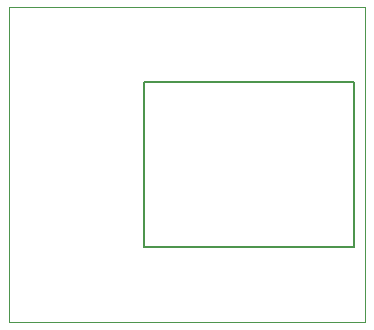
<source format=gto>
G04 EAGLE Gerber RS-274X export*
G75*
%MOMM*%
%FSLAX34Y34*%
%LPD*%
%INSilkscreen Top*%
%IPPOS*%
%AMOC8*
5,1,8,0,0,1.08239X$1,22.5*%
G01*
%ADD10C,0.000000*%
%ADD11C,0.127000*%


D10*
X38100Y127000D02*
X339600Y127000D01*
X339600Y393600D01*
X38100Y393600D01*
X38100Y127000D01*
D11*
X152400Y190500D02*
X152400Y330200D01*
X330200Y330200D01*
X330200Y190500D02*
X152400Y190500D01*
X330200Y190500D02*
X330200Y330200D01*
M02*

</source>
